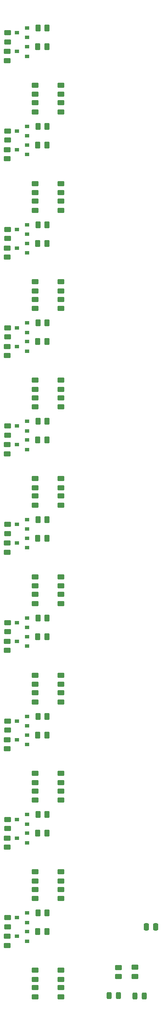
<source format=gbr>
%TF.GenerationSoftware,KiCad,Pcbnew,9.0.0*%
%TF.CreationDate,2025-03-21T01:21:14+03:00*%
%TF.ProjectId,MasterBoard,4d617374-6572-4426-9f61-72642e6b6963,rev?*%
%TF.SameCoordinates,Original*%
%TF.FileFunction,Paste,Bot*%
%TF.FilePolarity,Positive*%
%FSLAX46Y46*%
G04 Gerber Fmt 4.6, Leading zero omitted, Abs format (unit mm)*
G04 Created by KiCad (PCBNEW 9.0.0) date 2025-03-21 01:21:14*
%MOMM*%
%LPD*%
G01*
G04 APERTURE LIST*
G04 Aperture macros list*
%AMRoundRect*
0 Rectangle with rounded corners*
0 $1 Rounding radius*
0 $2 $3 $4 $5 $6 $7 $8 $9 X,Y pos of 4 corners*
0 Add a 4 corners polygon primitive as box body*
4,1,4,$2,$3,$4,$5,$6,$7,$8,$9,$2,$3,0*
0 Add four circle primitives for the rounded corners*
1,1,$1+$1,$2,$3*
1,1,$1+$1,$4,$5*
1,1,$1+$1,$6,$7*
1,1,$1+$1,$8,$9*
0 Add four rect primitives between the rounded corners*
20,1,$1+$1,$2,$3,$4,$5,0*
20,1,$1+$1,$4,$5,$6,$7,0*
20,1,$1+$1,$6,$7,$8,$9,0*
20,1,$1+$1,$8,$9,$2,$3,0*%
G04 Aperture macros list end*
%ADD10RoundRect,0.250000X-0.262500X-0.450000X0.262500X-0.450000X0.262500X0.450000X-0.262500X0.450000X0*%
%ADD11RoundRect,0.250000X-0.450000X0.262500X-0.450000X-0.262500X0.450000X-0.262500X0.450000X0.262500X0*%
%ADD12R,0.900000X0.800000*%
%ADD13RoundRect,0.250000X0.450000X-0.262500X0.450000X0.262500X-0.450000X0.262500X-0.450000X-0.262500X0*%
%ADD14RoundRect,0.243750X-0.243750X-0.456250X0.243750X-0.456250X0.243750X0.456250X-0.243750X0.456250X0*%
%ADD15RoundRect,0.243750X0.243750X0.456250X-0.243750X0.456250X-0.243750X-0.456250X0.243750X-0.456250X0*%
%ADD16RoundRect,0.250000X0.250000X0.475000X-0.250000X0.475000X-0.250000X-0.475000X0.250000X-0.475000X0*%
G04 APERTURE END LIST*
D10*
%TO.C,R113*%
X110895500Y-123121120D03*
X112720500Y-123121120D03*
%TD*%
D11*
%TO.C,R76*%
X115458000Y-193422787D03*
X115458000Y-195247787D03*
%TD*%
D12*
%TO.C,Q27*%
X108708000Y-126858620D03*
X108708000Y-128758620D03*
X106708000Y-127808620D03*
%TD*%
D13*
%TO.C,R146*%
X115458000Y-80994454D03*
X115458000Y-79169454D03*
%TD*%
%TO.C,R61*%
X110308000Y-218373342D03*
X110308000Y-216548342D03*
%TD*%
%TO.C,R85*%
X110308000Y-179122231D03*
X110308000Y-177297231D03*
%TD*%
%TO.C,R134*%
X115458000Y-100620009D03*
X115458000Y-98795009D03*
%TD*%
D12*
%TO.C,Q31*%
X108708000Y-107233065D03*
X108708000Y-109133065D03*
X106708000Y-108183065D03*
%TD*%
D11*
%TO.C,R52*%
X115458000Y-232673898D03*
X115458000Y-234498898D03*
%TD*%
D10*
%TO.C,R125*%
X110895500Y-103495565D03*
X112720500Y-103495565D03*
%TD*%
D11*
%TO.C,R163*%
X104808000Y-45568898D03*
X104808000Y-47393898D03*
%TD*%
D10*
%TO.C,R114*%
X110845500Y-126858620D03*
X112670500Y-126858620D03*
%TD*%
D13*
%TO.C,R145*%
X110308000Y-80994454D03*
X110308000Y-79169454D03*
%TD*%
D11*
%TO.C,R151*%
X104808000Y-65194454D03*
X104808000Y-67019454D03*
%TD*%
D10*
%TO.C,R90*%
X110845500Y-166109731D03*
X112670500Y-166109731D03*
%TD*%
D11*
%TO.C,R136*%
X115458000Y-95295009D03*
X115458000Y-97120009D03*
%TD*%
%TO.C,R111*%
X110308000Y-134546120D03*
X110308000Y-136371120D03*
%TD*%
D10*
%TO.C,R54*%
X110845500Y-224986398D03*
X112670500Y-224986398D03*
%TD*%
D11*
%TO.C,R159*%
X110308000Y-56043898D03*
X110308000Y-57868898D03*
%TD*%
D13*
%TO.C,R110*%
X115458000Y-139871120D03*
X115458000Y-138046120D03*
%TD*%
D14*
%TO.C,LD7*%
X125125500Y-237756398D03*
X127000500Y-237756398D03*
%TD*%
D11*
%TO.C,R79*%
X104808000Y-182947787D03*
X104808000Y-184772787D03*
%TD*%
D13*
%TO.C,R74*%
X115458000Y-198747787D03*
X115458000Y-196922787D03*
%TD*%
D12*
%TO.C,Q15*%
X108708000Y-185735287D03*
X108708000Y-187635287D03*
X106708000Y-186685287D03*
%TD*%
D11*
%TO.C,R128*%
X104758000Y-108170565D03*
X104758000Y-109995565D03*
%TD*%
%TO.C,R152*%
X104758000Y-68919454D03*
X104758000Y-70744454D03*
%TD*%
%TO.C,R139*%
X104808000Y-84820009D03*
X104808000Y-86645009D03*
%TD*%
%TO.C,R67*%
X104808000Y-202573342D03*
X104808000Y-204398342D03*
%TD*%
%TO.C,R148*%
X115458000Y-75669454D03*
X115458000Y-77494454D03*
%TD*%
%TO.C,R92*%
X104758000Y-167047231D03*
X104758000Y-168872231D03*
%TD*%
D10*
%TO.C,R161*%
X110895500Y-44618898D03*
X112720500Y-44618898D03*
%TD*%
D15*
%TO.C,LD6*%
X132150500Y-237856398D03*
X130275500Y-237856398D03*
%TD*%
D13*
%TO.C,R62*%
X115458000Y-218373342D03*
X115458000Y-216548342D03*
%TD*%
D10*
%TO.C,R78*%
X110845500Y-185735287D03*
X112670500Y-185735287D03*
%TD*%
D13*
%TO.C,R133*%
X110308000Y-100620009D03*
X110308000Y-98795009D03*
%TD*%
D12*
%TO.C,Q10*%
X108708000Y-201623342D03*
X108708000Y-203523342D03*
X106708000Y-202573342D03*
%TD*%
D13*
%TO.C,R122*%
X115458000Y-120245565D03*
X115458000Y-118420565D03*
%TD*%
%TO.C,R49*%
X110308000Y-237998898D03*
X110308000Y-236173898D03*
%TD*%
D11*
%TO.C,R123*%
X110308000Y-114920565D03*
X110308000Y-116745565D03*
%TD*%
%TO.C,R103*%
X104808000Y-143696676D03*
X104808000Y-145521676D03*
%TD*%
D13*
%TO.C,R73*%
X110308000Y-198747787D03*
X110308000Y-196922787D03*
%TD*%
%TO.C,R86*%
X115458000Y-179122231D03*
X115458000Y-177297231D03*
%TD*%
%TO.C,R30*%
X130263000Y-233918898D03*
X130263000Y-232093898D03*
%TD*%
D10*
%TO.C,R162*%
X110845500Y-48356398D03*
X112670500Y-48356398D03*
%TD*%
D12*
%TO.C,Q26*%
X108708000Y-123121120D03*
X108708000Y-125021120D03*
X106708000Y-124071120D03*
%TD*%
D10*
%TO.C,R101*%
X110895500Y-142746676D03*
X112720500Y-142746676D03*
%TD*%
D13*
%TO.C,R158*%
X115458000Y-61368898D03*
X115458000Y-59543898D03*
%TD*%
D12*
%TO.C,Q23*%
X108708000Y-146484176D03*
X108708000Y-148384176D03*
X106708000Y-147434176D03*
%TD*%
D16*
%TO.C,C31*%
X134463000Y-224056398D03*
X132563000Y-224056398D03*
%TD*%
D11*
%TO.C,R64*%
X115458000Y-213048342D03*
X115458000Y-214873342D03*
%TD*%
D13*
%TO.C,R97*%
X110308000Y-159496676D03*
X110308000Y-157671676D03*
%TD*%
D11*
%TO.C,R87*%
X110308000Y-173797231D03*
X110308000Y-175622231D03*
%TD*%
%TO.C,R68*%
X104758000Y-206298342D03*
X104758000Y-208123342D03*
%TD*%
%TO.C,R104*%
X104758000Y-147421676D03*
X104758000Y-149246676D03*
%TD*%
D13*
%TO.C,R109*%
X110308000Y-139871120D03*
X110308000Y-138046120D03*
%TD*%
D11*
%TO.C,R147*%
X110308000Y-75669454D03*
X110308000Y-77494454D03*
%TD*%
D10*
%TO.C,R66*%
X110845500Y-205360842D03*
X112670500Y-205360842D03*
%TD*%
D11*
%TO.C,R80*%
X104758000Y-186672787D03*
X104758000Y-188497787D03*
%TD*%
D12*
%TO.C,Q30*%
X108708000Y-103495565D03*
X108708000Y-105395565D03*
X106708000Y-104445565D03*
%TD*%
%TO.C,Q14*%
X108708000Y-181997787D03*
X108708000Y-183897787D03*
X106708000Y-182947787D03*
%TD*%
D11*
%TO.C,R99*%
X110308000Y-154171676D03*
X110308000Y-155996676D03*
%TD*%
%TO.C,R140*%
X104758000Y-88545009D03*
X104758000Y-90370009D03*
%TD*%
%TO.C,R75*%
X110308000Y-193422787D03*
X110308000Y-195247787D03*
%TD*%
D12*
%TO.C,Q42*%
X108708000Y-44618898D03*
X108708000Y-46518898D03*
X106708000Y-45568898D03*
%TD*%
D11*
%TO.C,R115*%
X104808000Y-124071120D03*
X104808000Y-125896120D03*
%TD*%
%TO.C,R116*%
X104758000Y-127796120D03*
X104758000Y-129621120D03*
%TD*%
%TO.C,R56*%
X104758000Y-225923898D03*
X104758000Y-227748898D03*
%TD*%
%TO.C,R63*%
X110308000Y-213048342D03*
X110308000Y-214873342D03*
%TD*%
D10*
%TO.C,R138*%
X110845500Y-87607509D03*
X112670500Y-87607509D03*
%TD*%
D13*
%TO.C,R31*%
X126963000Y-233968898D03*
X126963000Y-232143898D03*
%TD*%
D10*
%TO.C,R149*%
X110895500Y-64244454D03*
X112720500Y-64244454D03*
%TD*%
%TO.C,R77*%
X110895500Y-181997787D03*
X112720500Y-181997787D03*
%TD*%
D12*
%TO.C,Q7*%
X108708000Y-224986398D03*
X108708000Y-226886398D03*
X106708000Y-225936398D03*
%TD*%
D11*
%TO.C,R135*%
X110308000Y-95295009D03*
X110308000Y-97120009D03*
%TD*%
%TO.C,R100*%
X115458000Y-154171676D03*
X115458000Y-155996676D03*
%TD*%
%TO.C,R164*%
X104758000Y-49293898D03*
X104758000Y-51118898D03*
%TD*%
D13*
%TO.C,R157*%
X110308000Y-61368898D03*
X110308000Y-59543898D03*
%TD*%
D11*
%TO.C,R112*%
X115458000Y-134546120D03*
X115458000Y-136371120D03*
%TD*%
D10*
%TO.C,R65*%
X110895500Y-201623342D03*
X112720500Y-201623342D03*
%TD*%
D13*
%TO.C,R98*%
X115458000Y-159496676D03*
X115458000Y-157671676D03*
%TD*%
D10*
%TO.C,R126*%
X110845500Y-107233065D03*
X112670500Y-107233065D03*
%TD*%
D11*
%TO.C,R88*%
X115458000Y-173797231D03*
X115458000Y-175622231D03*
%TD*%
D13*
%TO.C,R121*%
X110308000Y-120245565D03*
X110308000Y-118420565D03*
%TD*%
D11*
%TO.C,R160*%
X115458000Y-56043898D03*
X115458000Y-57868898D03*
%TD*%
D12*
%TO.C,Q38*%
X108708000Y-64244454D03*
X108708000Y-66144454D03*
X106708000Y-65194454D03*
%TD*%
D11*
%TO.C,R55*%
X104808000Y-222198898D03*
X104808000Y-224023898D03*
%TD*%
D12*
%TO.C,Q11*%
X108708000Y-205360842D03*
X108708000Y-207260842D03*
X106708000Y-206310842D03*
%TD*%
%TO.C,Q6*%
X108708000Y-221248898D03*
X108708000Y-223148898D03*
X106708000Y-222198898D03*
%TD*%
%TO.C,Q43*%
X108708000Y-48356398D03*
X108708000Y-50256398D03*
X106708000Y-49306398D03*
%TD*%
D11*
%TO.C,R124*%
X115458000Y-114920565D03*
X115458000Y-116745565D03*
%TD*%
D12*
%TO.C,Q19*%
X108708000Y-166109731D03*
X108708000Y-168009731D03*
X106708000Y-167059731D03*
%TD*%
%TO.C,Q18*%
X108708000Y-162372231D03*
X108708000Y-164272231D03*
X106708000Y-163322231D03*
%TD*%
D10*
%TO.C,R102*%
X110845500Y-146484176D03*
X112670500Y-146484176D03*
%TD*%
D11*
%TO.C,R127*%
X104808000Y-104445565D03*
X104808000Y-106270565D03*
%TD*%
%TO.C,R51*%
X110308000Y-232673898D03*
X110308000Y-234498898D03*
%TD*%
%TO.C,R91*%
X104808000Y-163322231D03*
X104808000Y-165147231D03*
%TD*%
D10*
%TO.C,R53*%
X110895500Y-221248898D03*
X112720500Y-221248898D03*
%TD*%
%TO.C,R137*%
X110895500Y-83870009D03*
X112720500Y-83870009D03*
%TD*%
D12*
%TO.C,Q34*%
X108708000Y-83870009D03*
X108708000Y-85770009D03*
X106708000Y-84820009D03*
%TD*%
%TO.C,Q35*%
X108708000Y-87607509D03*
X108708000Y-89507509D03*
X106708000Y-88557509D03*
%TD*%
D10*
%TO.C,R89*%
X110895500Y-162372231D03*
X112720500Y-162372231D03*
%TD*%
D13*
%TO.C,R50*%
X115458000Y-237998898D03*
X115458000Y-236173898D03*
%TD*%
D12*
%TO.C,Q22*%
X108708000Y-142746676D03*
X108708000Y-144646676D03*
X106708000Y-143696676D03*
%TD*%
D10*
%TO.C,R150*%
X110845500Y-67981954D03*
X112670500Y-67981954D03*
%TD*%
D12*
%TO.C,Q39*%
X108708000Y-67981954D03*
X108708000Y-69881954D03*
X106708000Y-68931954D03*
%TD*%
M02*

</source>
